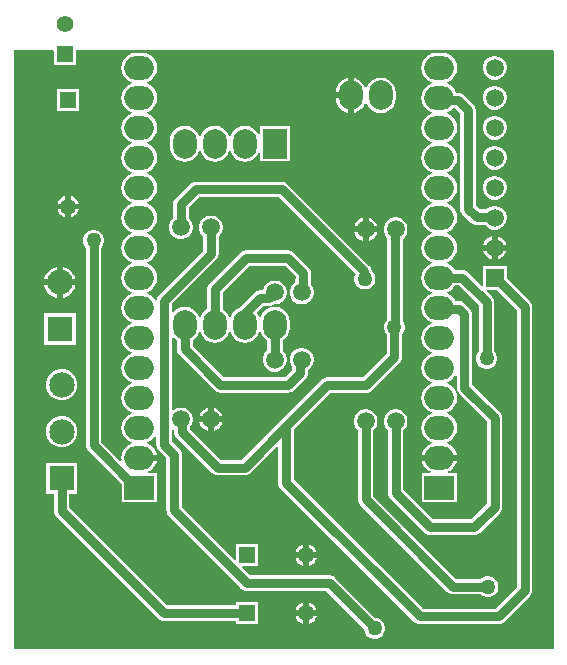
<source format=gbr>
G04*
G04 #@! TF.GenerationSoftware,Altium Limited,Altium Designer,25.4.2 (15)*
G04*
G04 Layer_Physical_Order=2*
G04 Layer_Color=16711680*
%FSLAX44Y44*%
%MOMM*%
G71*
G04*
G04 #@! TF.SameCoordinates,6A45B100-41C4-4237-90B8-33650A0F4B54*
G04*
G04*
G04 #@! TF.FilePolarity,Positive*
G04*
G01*
G75*
%ADD32C,0.8000*%
%ADD33C,1.3500*%
%ADD34R,1.3500X1.3500*%
%ADD35O,2.0000X2.5000*%
%ADD36R,2.0000X2.5000*%
%ADD37C,1.5000*%
%ADD38R,1.5000X1.5000*%
%ADD39O,2.5000X2.0000*%
%ADD40R,2.5000X2.0000*%
%ADD41C,2.1500*%
%ADD42R,2.1500X2.1500*%
%ADD43C,1.4000*%
%ADD44R,1.4000X1.4000*%
%ADD45R,1.3500X1.3500*%
%ADD46C,1.2700*%
G36*
X457500Y506122D02*
X457500Y0D01*
X0D01*
Y506979D01*
X33312Y506982D01*
X34210Y506084D01*
Y494760D01*
X53290D01*
Y506984D01*
X456602Y507020D01*
X457500Y506122D01*
D02*
G37*
%LPC*%
G36*
X408822Y502340D02*
X406178D01*
X403625Y501656D01*
X401335Y500334D01*
X399466Y498465D01*
X398144Y496175D01*
X397460Y493622D01*
Y490978D01*
X398144Y488425D01*
X399466Y486135D01*
X401335Y484266D01*
X403625Y482944D01*
X406178Y482260D01*
X408822D01*
X411375Y482944D01*
X413665Y484266D01*
X415534Y486135D01*
X416856Y488425D01*
X417540Y490978D01*
Y493622D01*
X416856Y496175D01*
X415534Y498465D01*
X413665Y500334D01*
X411375Y501656D01*
X408822Y502340D01*
D02*
G37*
G36*
X310850Y483948D02*
X307576Y483517D01*
X304526Y482254D01*
X301906Y480244D01*
X299896Y477624D01*
X298837Y475067D01*
X297463D01*
X296404Y477624D01*
X294394Y480244D01*
X291774Y482254D01*
X288724Y483517D01*
X287950Y483619D01*
Y468800D01*
Y453981D01*
X288724Y454083D01*
X291774Y455346D01*
X294394Y457356D01*
X296404Y459976D01*
X297463Y462533D01*
X298837D01*
X299896Y459976D01*
X301906Y457356D01*
X304526Y455346D01*
X307576Y454083D01*
X310850Y453652D01*
X314124Y454083D01*
X317174Y455346D01*
X319794Y457356D01*
X321804Y459976D01*
X323067Y463026D01*
X323498Y466300D01*
Y471300D01*
X323067Y474574D01*
X321804Y477624D01*
X319794Y480244D01*
X317174Y482254D01*
X314124Y483517D01*
X310850Y483948D01*
D02*
G37*
G36*
X282950Y483619D02*
X282176Y483517D01*
X279126Y482254D01*
X276506Y480244D01*
X274496Y477624D01*
X273233Y474574D01*
X272802Y471300D01*
D01*
X282950D01*
Y483619D01*
D02*
G37*
G36*
X408822Y476940D02*
X406178D01*
X403625Y476256D01*
X401335Y474934D01*
X399466Y473065D01*
X398144Y470775D01*
X397460Y468222D01*
Y465578D01*
X398144Y463025D01*
X399466Y460735D01*
X401335Y458866D01*
X403625Y457544D01*
X406178Y456860D01*
X408822D01*
X411375Y457544D01*
X413665Y458866D01*
X415534Y460735D01*
X416856Y463025D01*
X417540Y465578D01*
Y468222D01*
X416856Y470775D01*
X415534Y473065D01*
X413665Y474934D01*
X411375Y476256D01*
X408822Y476940D01*
D02*
G37*
G36*
X55540Y474040D02*
X36960D01*
Y455460D01*
X55540D01*
Y474040D01*
D02*
G37*
G36*
X282950Y466300D02*
X272802D01*
X273233Y463026D01*
X274496Y459976D01*
X276506Y457356D01*
X279126Y455346D01*
X282176Y454083D01*
X282950Y453981D01*
Y466300D01*
D02*
G37*
G36*
X195850Y443148D02*
X192577Y442717D01*
X189526Y441454D01*
X186907Y439444D01*
X184897Y436824D01*
X183838Y434267D01*
X182463D01*
X181404Y436824D01*
X179394Y439444D01*
X176774Y441454D01*
X173724Y442717D01*
X170450Y443148D01*
X167177Y442717D01*
X164126Y441454D01*
X161507Y439444D01*
X159496Y436824D01*
X158438Y434267D01*
X157063D01*
X156004Y436824D01*
X153994Y439444D01*
X151374Y441454D01*
X148324Y442717D01*
X145050Y443148D01*
X141777Y442717D01*
X138726Y441454D01*
X136107Y439444D01*
X134096Y436824D01*
X132833Y433773D01*
X132402Y430500D01*
Y425500D01*
X132833Y422226D01*
X134096Y419176D01*
X136107Y416556D01*
X138726Y414546D01*
X141777Y413283D01*
X145050Y412852D01*
X148324Y413283D01*
X151374Y414546D01*
X153994Y416556D01*
X156004Y419176D01*
X157063Y421732D01*
X158438D01*
X159496Y419176D01*
X161507Y416556D01*
X164126Y414546D01*
X167177Y413283D01*
X170450Y412852D01*
X173724Y413283D01*
X176774Y414546D01*
X179394Y416556D01*
X181404Y419176D01*
X182463Y421732D01*
X183838D01*
X184897Y419176D01*
X186907Y416556D01*
X189526Y414546D01*
X192577Y413283D01*
X195850Y412852D01*
X199124Y413283D01*
X202174Y414546D01*
X204794Y416556D01*
X206804Y419176D01*
X207440Y420712D01*
X208710Y420459D01*
Y412960D01*
X233790D01*
Y443040D01*
X208710D01*
Y435540D01*
X207440Y435288D01*
X206804Y436824D01*
X204794Y439444D01*
X202174Y441454D01*
X199124Y442717D01*
X195850Y443148D01*
D02*
G37*
G36*
X408822Y451540D02*
X406178D01*
X403625Y450856D01*
X401335Y449534D01*
X399466Y447665D01*
X398144Y445375D01*
X397460Y442822D01*
Y440178D01*
X398144Y437625D01*
X399466Y435335D01*
X401335Y433466D01*
X403625Y432144D01*
X406178Y431460D01*
X408822D01*
X411375Y432144D01*
X413665Y433466D01*
X415534Y435335D01*
X416856Y437625D01*
X417540Y440178D01*
Y442822D01*
X416856Y445375D01*
X415534Y447665D01*
X413665Y449534D01*
X411375Y450856D01*
X408822Y451540D01*
D02*
G37*
G36*
Y426140D02*
X406178D01*
X403625Y425456D01*
X401335Y424134D01*
X399466Y422265D01*
X398144Y419975D01*
X397460Y417422D01*
Y414778D01*
X398144Y412225D01*
X399466Y409935D01*
X401335Y408066D01*
X403625Y406744D01*
X406178Y406060D01*
X408822D01*
X411375Y406744D01*
X413665Y408066D01*
X415534Y409935D01*
X416856Y412225D01*
X417540Y414778D01*
Y417422D01*
X416856Y419975D01*
X415534Y422265D01*
X413665Y424134D01*
X411375Y425456D01*
X408822Y426140D01*
D02*
G37*
G36*
Y400740D02*
X406178D01*
X403625Y400056D01*
X401335Y398734D01*
X399466Y396865D01*
X398144Y394575D01*
X397460Y392022D01*
Y389378D01*
X398144Y386825D01*
X399466Y384535D01*
X401335Y382666D01*
X403625Y381344D01*
X406178Y380660D01*
X408822D01*
X411375Y381344D01*
X413665Y382666D01*
X415534Y384535D01*
X416856Y386825D01*
X417540Y389378D01*
Y392022D01*
X416856Y394575D01*
X415534Y396865D01*
X413665Y398734D01*
X411375Y400056D01*
X408822Y400740D01*
D02*
G37*
G36*
X48750Y383698D02*
Y377250D01*
X55198D01*
X54907Y378336D01*
X53684Y380454D01*
X51954Y382184D01*
X49836Y383407D01*
X48750Y383698D01*
D02*
G37*
G36*
X43750D02*
X42664Y383407D01*
X40546Y382184D01*
X38816Y380454D01*
X37593Y378336D01*
X37302Y377250D01*
X43750D01*
Y383698D01*
D02*
G37*
G36*
X55198Y372250D02*
X48750D01*
Y365802D01*
X49836Y366093D01*
X51954Y367316D01*
X53684Y369046D01*
X54907Y371164D01*
X55198Y372250D01*
D02*
G37*
G36*
X43750D02*
X37302D01*
X37593Y371164D01*
X38816Y369046D01*
X40546Y367316D01*
X42664Y366093D01*
X43750Y365802D01*
Y372250D01*
D02*
G37*
G36*
X300600Y365224D02*
Y358000D01*
X307824D01*
X307456Y359375D01*
X306134Y361665D01*
X304265Y363534D01*
X301975Y364856D01*
X300600Y365224D01*
D02*
G37*
G36*
X295600Y365224D02*
X294225Y364856D01*
X291935Y363534D01*
X290066Y361665D01*
X288744Y359375D01*
X288376Y358000D01*
X295600D01*
Y365224D01*
D02*
G37*
G36*
X307824Y353000D02*
X300600D01*
Y345776D01*
X301975Y346144D01*
X304265Y347466D01*
X306134Y349335D01*
X307456Y351625D01*
X307824Y353000D01*
D02*
G37*
G36*
X295600D02*
X288376D01*
X288744Y351625D01*
X290066Y349335D01*
X291935Y347466D01*
X294225Y346144D01*
X295600Y345776D01*
Y353000D01*
D02*
G37*
G36*
X410000Y349624D02*
Y342400D01*
X417224D01*
X416856Y343775D01*
X415534Y346065D01*
X413665Y347934D01*
X411375Y349256D01*
X410000Y349624D01*
D02*
G37*
G36*
X405000D02*
X403625Y349256D01*
X401335Y347934D01*
X399466Y346065D01*
X398144Y343775D01*
X397776Y342400D01*
X405000D01*
Y349624D01*
D02*
G37*
G36*
X417224Y337400D02*
X410000D01*
Y330176D01*
X411375Y330544D01*
X413665Y331866D01*
X415534Y333735D01*
X416856Y336025D01*
X417224Y337400D01*
D02*
G37*
G36*
X405000D02*
X397776D01*
X398144Y336025D01*
X399466Y333735D01*
X401335Y331866D01*
X403625Y330544D01*
X405000Y330176D01*
Y337400D01*
D02*
G37*
G36*
X41750Y323589D02*
Y313000D01*
X52339D01*
X51634Y315630D01*
X49885Y318660D01*
X47410Y321135D01*
X44380Y322884D01*
X41750Y323589D01*
D02*
G37*
G36*
X36750D02*
X34120Y322884D01*
X31090Y321135D01*
X28615Y318660D01*
X26866Y315630D01*
X26161Y313000D01*
X36750D01*
Y323589D01*
D02*
G37*
G36*
X227108Y395932D02*
X154500D01*
X152793Y395708D01*
X151202Y395049D01*
X149836Y394000D01*
X137086Y381251D01*
X136038Y379884D01*
X135379Y378293D01*
X135154Y376586D01*
Y364663D01*
X133716Y363225D01*
X132394Y360935D01*
X131710Y358382D01*
Y355738D01*
X132394Y353185D01*
X133716Y350895D01*
X135585Y349026D01*
X137875Y347704D01*
X140428Y347020D01*
X143072D01*
X145625Y347704D01*
X147915Y349026D01*
X149784Y350895D01*
X151106Y353185D01*
X151790Y355738D01*
Y358382D01*
X151106Y360935D01*
X149784Y363225D01*
X148347Y364662D01*
Y373854D01*
X157232Y382740D01*
X224376D01*
X289570Y317545D01*
X289216Y316931D01*
X288610Y314670D01*
Y312330D01*
X289216Y310069D01*
X290386Y308041D01*
X292041Y306386D01*
X294069Y305216D01*
X296330Y304610D01*
X298670D01*
X300931Y305216D01*
X302959Y306386D01*
X304614Y308041D01*
X305784Y310069D01*
X306390Y312330D01*
Y314670D01*
X305784Y316931D01*
X304614Y318959D01*
X303116Y320456D01*
X302972Y321550D01*
X302313Y323141D01*
X301265Y324508D01*
X231772Y394000D01*
X230406Y395049D01*
X228815Y395708D01*
X227108Y395932D01*
D02*
G37*
G36*
X52339Y308000D02*
X41750D01*
Y297411D01*
X44380Y298116D01*
X47410Y299865D01*
X49885Y302340D01*
X51634Y305370D01*
X52339Y308000D01*
D02*
G37*
G36*
X36750D02*
X26161D01*
X26866Y305370D01*
X28615Y302340D01*
X31090Y299865D01*
X34120Y298116D01*
X36750Y297411D01*
Y308000D01*
D02*
G37*
G36*
X52540Y284190D02*
X25960D01*
Y257610D01*
X52540D01*
Y284190D01*
D02*
G37*
G36*
X42500Y237140D02*
X39000D01*
X35620Y236234D01*
X32590Y234485D01*
X30115Y232010D01*
X28366Y228980D01*
X27460Y225600D01*
Y222100D01*
X28366Y218720D01*
X30115Y215690D01*
X32590Y213215D01*
X35620Y211466D01*
X39000Y210560D01*
X42500D01*
X45880Y211466D01*
X48910Y213215D01*
X51385Y215690D01*
X53134Y218720D01*
X54040Y222100D01*
Y225600D01*
X53134Y228980D01*
X51385Y232010D01*
X48910Y234485D01*
X45880Y236234D01*
X42500Y237140D01*
D02*
G37*
G36*
X169650Y204224D02*
Y197000D01*
X176874D01*
X176506Y198375D01*
X175184Y200665D01*
X173315Y202534D01*
X171025Y203856D01*
X169650Y204224D01*
D02*
G37*
G36*
X164650Y204224D02*
X163275Y203856D01*
X160985Y202534D01*
X159116Y200665D01*
X157794Y198375D01*
X157426Y197000D01*
X164650D01*
Y204224D01*
D02*
G37*
G36*
X176874Y192000D02*
X169650D01*
Y184776D01*
X171025Y185144D01*
X173315Y186466D01*
X175184Y188335D01*
X176506Y190625D01*
X176874Y192000D01*
D02*
G37*
G36*
X164650D02*
X157426D01*
X157794Y190625D01*
X159116Y188335D01*
X160985Y186466D01*
X163275Y185144D01*
X164650Y184776D01*
Y192000D01*
D02*
G37*
G36*
X42500Y197540D02*
X39000D01*
X35620Y196634D01*
X32590Y194884D01*
X30115Y192410D01*
X28366Y189380D01*
X27460Y186000D01*
Y182500D01*
X28366Y179120D01*
X30115Y176089D01*
X32590Y173615D01*
X35620Y171866D01*
X39000Y170960D01*
X42500D01*
X45880Y171866D01*
X48910Y173615D01*
X51385Y176089D01*
X53134Y179120D01*
X54040Y182500D01*
Y186000D01*
X53134Y189380D01*
X51385Y192410D01*
X48910Y194884D01*
X45880Y196634D01*
X42500Y197540D01*
D02*
G37*
G36*
X375319Y159600D02*
X345681D01*
X345783Y158826D01*
X347046Y155776D01*
X349057Y153156D01*
X351676Y151146D01*
X353212Y150510D01*
X352960Y149240D01*
X345460D01*
Y124160D01*
X375540D01*
Y149240D01*
X368041D01*
X367788Y150510D01*
X369324Y151146D01*
X371944Y153156D01*
X373954Y155776D01*
X375217Y158826D01*
X375319Y159600D01*
D02*
G37*
G36*
X250250Y88698D02*
Y82250D01*
X256698D01*
X256407Y83336D01*
X255184Y85454D01*
X253454Y87184D01*
X251336Y88407D01*
X250250Y88698D01*
D02*
G37*
G36*
X245250D02*
X244164Y88407D01*
X242046Y87184D01*
X240316Y85454D01*
X239093Y83336D01*
X238802Y82250D01*
X245250D01*
Y88698D01*
D02*
G37*
G36*
X256698Y77250D02*
X250250D01*
Y70802D01*
X251336Y71093D01*
X253454Y72316D01*
X255184Y74046D01*
X256407Y76164D01*
X256698Y77250D01*
D02*
G37*
G36*
X245250D02*
X238802D01*
X239093Y76164D01*
X240316Y74046D01*
X242046Y72316D01*
X244164Y71093D01*
X245250Y70802D01*
Y77250D01*
D02*
G37*
G36*
X299422Y202980D02*
X296778D01*
X294225Y202296D01*
X291935Y200974D01*
X290066Y199105D01*
X288744Y196815D01*
X288060Y194262D01*
Y191618D01*
X288744Y189065D01*
X290066Y186775D01*
X291504Y185338D01*
Y127000D01*
X291728Y125293D01*
X292387Y123702D01*
X293435Y122336D01*
X367436Y48336D01*
X368802Y47287D01*
X370393Y46628D01*
X372100Y46404D01*
X395524D01*
X396041Y45886D01*
X398069Y44716D01*
X400330Y44110D01*
X402670D01*
X404931Y44716D01*
X406959Y45886D01*
X408614Y47541D01*
X409784Y49569D01*
X410390Y51830D01*
Y54170D01*
X409784Y56431D01*
X408614Y58459D01*
X406959Y60114D01*
X404931Y61284D01*
X402670Y61890D01*
X400330D01*
X398069Y61284D01*
X396041Y60114D01*
X395524Y59596D01*
X374832D01*
X304696Y129733D01*
Y185338D01*
X306134Y186775D01*
X307456Y189065D01*
X308140Y191618D01*
Y194262D01*
X307456Y196815D01*
X306134Y199105D01*
X304265Y200974D01*
X301975Y202296D01*
X299422Y202980D01*
D02*
G37*
G36*
X363000Y504948D02*
X358000D01*
X354726Y504517D01*
X351676Y503254D01*
X349057Y501244D01*
X347046Y498624D01*
X345783Y495574D01*
X345352Y492300D01*
X345783Y489026D01*
X347046Y485976D01*
X349057Y483356D01*
X351676Y481346D01*
X354233Y480287D01*
Y478913D01*
X351676Y477854D01*
X349057Y475844D01*
X347046Y473224D01*
X345783Y470174D01*
X345352Y466900D01*
X345783Y463626D01*
X347046Y460576D01*
X349057Y457956D01*
X351676Y455946D01*
X354233Y454887D01*
Y453513D01*
X351676Y452454D01*
X349057Y450444D01*
X347046Y447824D01*
X345783Y444774D01*
X345352Y441500D01*
X345783Y438226D01*
X347046Y435176D01*
X349057Y432556D01*
X351676Y430546D01*
X354233Y429487D01*
Y428113D01*
X351676Y427054D01*
X349057Y425044D01*
X347046Y422424D01*
X345783Y419374D01*
X345352Y416100D01*
X345783Y412826D01*
X347046Y409776D01*
X349057Y407156D01*
X351676Y405146D01*
X354233Y404087D01*
Y402713D01*
X351676Y401654D01*
X349057Y399644D01*
X347046Y397024D01*
X345783Y393974D01*
X345352Y390700D01*
X345783Y387426D01*
X347046Y384376D01*
X349057Y381756D01*
X351676Y379746D01*
X354233Y378687D01*
Y377313D01*
X351676Y376254D01*
X349057Y374244D01*
X347046Y371624D01*
X345783Y368574D01*
X345352Y365300D01*
X345783Y362026D01*
X347046Y358976D01*
X349057Y356356D01*
X351676Y354346D01*
X354233Y353287D01*
Y351913D01*
X351676Y350854D01*
X349057Y348844D01*
X347046Y346224D01*
X345783Y343174D01*
X345352Y339900D01*
X345783Y336626D01*
X347046Y333576D01*
X349057Y330956D01*
X351676Y328946D01*
X354233Y327887D01*
Y326513D01*
X351676Y325454D01*
X349057Y323444D01*
X347046Y320824D01*
X345783Y317774D01*
X345352Y314500D01*
X345783Y311226D01*
X347046Y308176D01*
X349057Y305556D01*
X351676Y303546D01*
X354233Y302487D01*
Y301113D01*
X351676Y300054D01*
X349057Y298044D01*
X347046Y295424D01*
X345783Y292374D01*
X345352Y289100D01*
X345783Y285826D01*
X347046Y282776D01*
X349057Y280156D01*
X351676Y278146D01*
X354233Y277087D01*
Y275713D01*
X351676Y274654D01*
X349057Y272644D01*
X347046Y270024D01*
X345783Y266974D01*
X345352Y263700D01*
X345783Y260426D01*
X347046Y257376D01*
X349057Y254756D01*
X351676Y252746D01*
X354233Y251687D01*
Y250313D01*
X351676Y249254D01*
X349057Y247244D01*
X347046Y244624D01*
X345783Y241574D01*
X345352Y238300D01*
X345783Y235026D01*
X347046Y231976D01*
X349057Y229356D01*
X351676Y227346D01*
X354233Y226287D01*
Y224913D01*
X351676Y223854D01*
X349057Y221844D01*
X347046Y219224D01*
X345783Y216174D01*
X345352Y212900D01*
X345783Y209626D01*
X347046Y206576D01*
X349057Y203956D01*
X351676Y201946D01*
X354233Y200887D01*
Y199513D01*
X351676Y198454D01*
X349057Y196444D01*
X347046Y193824D01*
X345783Y190774D01*
X345352Y187500D01*
X345783Y184226D01*
X347046Y181176D01*
X349057Y178556D01*
X351676Y176546D01*
X354233Y175487D01*
Y174113D01*
X351676Y173054D01*
X349057Y171044D01*
X347046Y168424D01*
X345783Y165374D01*
X345681Y164600D01*
X375319D01*
X375217Y165374D01*
X373954Y168424D01*
X371944Y171044D01*
X369324Y173054D01*
X366768Y174113D01*
Y175487D01*
X369324Y176546D01*
X371944Y178556D01*
X373954Y181176D01*
X375217Y184226D01*
X375648Y187500D01*
X375217Y190774D01*
X373954Y193824D01*
X371944Y196444D01*
X369324Y198454D01*
X366768Y199513D01*
Y200887D01*
X369324Y201946D01*
X371944Y203956D01*
X373954Y206576D01*
X375217Y209626D01*
X375648Y212900D01*
X375217Y216174D01*
X373954Y219224D01*
X371944Y221844D01*
X369324Y223854D01*
X366768Y224913D01*
Y226287D01*
X369324Y227346D01*
X371944Y229356D01*
X373884Y231884D01*
X373945Y231886D01*
X375154Y230973D01*
Y221522D01*
X375378Y219815D01*
X376037Y218224D01*
X377086Y216858D01*
X400754Y193190D01*
Y123082D01*
X387518Y109846D01*
X355482D01*
X330096Y135232D01*
Y185338D01*
X331534Y186775D01*
X332856Y189065D01*
X333540Y191618D01*
Y194262D01*
X332856Y196815D01*
X331534Y199105D01*
X329665Y200974D01*
X327375Y202296D01*
X324822Y202980D01*
X322178D01*
X319625Y202296D01*
X317335Y200974D01*
X315466Y199105D01*
X314144Y196815D01*
X313460Y194262D01*
Y191618D01*
X314144Y189065D01*
X315466Y186775D01*
X316903Y185338D01*
Y132500D01*
X317128Y130793D01*
X317787Y129202D01*
X318836Y127836D01*
X348086Y98586D01*
X349452Y97537D01*
X351043Y96878D01*
X352750Y96654D01*
X390250D01*
X391957Y96878D01*
X393548Y97537D01*
X394914Y98586D01*
X412014Y115686D01*
X413063Y117052D01*
X413722Y118643D01*
X413946Y120350D01*
Y195922D01*
X413722Y197629D01*
X413063Y199220D01*
X412014Y200586D01*
X388346Y224254D01*
Y283365D01*
X388122Y285072D01*
X387463Y286663D01*
X386414Y288029D01*
X381728Y292715D01*
X380362Y293764D01*
X378771Y294423D01*
X377064Y294647D01*
X374276D01*
X373954Y295424D01*
X371944Y298044D01*
X369324Y300054D01*
X366768Y301113D01*
Y302487D01*
X369324Y303546D01*
X371944Y305556D01*
X373745Y307903D01*
X377226D01*
X394030Y291100D01*
Y252056D01*
X393512Y251539D01*
X392342Y249511D01*
X391736Y247250D01*
Y244910D01*
X392342Y242649D01*
X393512Y240621D01*
X395167Y238966D01*
X397195Y237796D01*
X399456Y237190D01*
X401796D01*
X404057Y237796D01*
X406085Y238966D01*
X407740Y240621D01*
X408910Y242649D01*
X409516Y244910D01*
Y247250D01*
X408910Y249511D01*
X407740Y251539D01*
X407222Y252056D01*
Y293832D01*
X406998Y295539D01*
X406339Y297130D01*
X405290Y298496D01*
X400500Y303287D01*
X400986Y304460D01*
X408561D01*
X426154Y286868D01*
Y52482D01*
X408018Y34346D01*
X346482D01*
X237150Y143679D01*
Y185821D01*
X268143Y216814D01*
X298411D01*
X300118Y217039D01*
X301709Y217698D01*
X303075Y218746D01*
X327164Y242836D01*
X328213Y244202D01*
X328872Y245793D01*
X329096Y247500D01*
Y266524D01*
X329614Y267041D01*
X330784Y269069D01*
X331390Y271330D01*
Y273670D01*
X330784Y275931D01*
X329614Y277959D01*
X329596Y277976D01*
Y347427D01*
X329665Y347466D01*
X331534Y349335D01*
X332856Y351625D01*
X333540Y354178D01*
Y356822D01*
X332856Y359375D01*
X331534Y361665D01*
X329665Y363534D01*
X327375Y364856D01*
X324822Y365540D01*
X322178D01*
X319625Y364856D01*
X317335Y363534D01*
X315466Y361665D01*
X314144Y359375D01*
X313460Y356822D01*
Y354178D01*
X314144Y351625D01*
X315466Y349335D01*
X316404Y348398D01*
Y278976D01*
X315386Y277959D01*
X314216Y275931D01*
X313610Y273670D01*
Y271330D01*
X314216Y269069D01*
X315386Y267041D01*
X315904Y266524D01*
Y250232D01*
X295678Y230007D01*
X265411D01*
X263703Y229782D01*
X262113Y229123D01*
X260746Y228075D01*
X225889Y193217D01*
X192963Y160292D01*
X175497D01*
X149240Y186549D01*
Y187792D01*
X149784Y188335D01*
X151106Y190625D01*
X151790Y193178D01*
Y195822D01*
X151106Y198375D01*
X149784Y200665D01*
X147915Y202534D01*
X145625Y203856D01*
X143072Y204540D01*
X140428D01*
X137875Y203856D01*
X135585Y202534D01*
X135346Y202295D01*
X134172Y202780D01*
Y263702D01*
X135375Y264110D01*
X136107Y263157D01*
X138454Y261355D01*
Y253700D01*
X138679Y251993D01*
X139338Y250402D01*
X140386Y249036D01*
X170336Y219086D01*
X171702Y218037D01*
X173293Y217378D01*
X175000Y217154D01*
X232750D01*
X234457Y217378D01*
X236048Y218037D01*
X237414Y219086D01*
X247325Y228996D01*
X248373Y230362D01*
X249032Y231953D01*
X249257Y233661D01*
Y236442D01*
X250165Y236966D01*
X252034Y238835D01*
X253356Y241125D01*
X254040Y243678D01*
Y246322D01*
X253356Y248875D01*
X252034Y251165D01*
X250165Y253034D01*
X247875Y254356D01*
X245322Y255040D01*
X242678D01*
X240125Y254356D01*
X237835Y253034D01*
X235966Y251165D01*
X234644Y248875D01*
X233960Y246322D01*
Y243678D01*
X234644Y241125D01*
X235966Y238835D01*
X236064Y238737D01*
Y236393D01*
X230018Y230346D01*
X177733D01*
X151647Y256432D01*
Y261355D01*
X153994Y263157D01*
X156004Y265776D01*
X157063Y268333D01*
X158438D01*
X159496Y265776D01*
X161507Y263157D01*
X164126Y261147D01*
X167177Y259883D01*
X170450Y259452D01*
X173724Y259883D01*
X176774Y261147D01*
X179394Y263157D01*
X181404Y265776D01*
X182463Y268333D01*
X183838D01*
X184897Y265776D01*
X186907Y263157D01*
X189526Y261147D01*
X192577Y259883D01*
X195850Y259452D01*
X199124Y259883D01*
X202174Y261147D01*
X204794Y263157D01*
X206804Y265776D01*
X207863Y268333D01*
X209237D01*
X210296Y265776D01*
X212306Y263157D01*
X214654Y261355D01*
Y252602D01*
X213216Y251165D01*
X211894Y248875D01*
X211210Y246322D01*
Y243678D01*
X211894Y241125D01*
X213216Y238835D01*
X215085Y236966D01*
X217375Y235644D01*
X219928Y234960D01*
X222572D01*
X225125Y235644D01*
X227415Y236966D01*
X229284Y238835D01*
X230606Y241125D01*
X231290Y243678D01*
Y246322D01*
X230606Y248875D01*
X229284Y251165D01*
X227847Y252602D01*
Y261355D01*
X230194Y263157D01*
X232204Y265776D01*
X233467Y268827D01*
X233898Y272100D01*
Y277100D01*
X233467Y280374D01*
X232204Y283424D01*
X230194Y286044D01*
X227574Y288054D01*
X224524Y289317D01*
X221250Y289748D01*
X217977Y289317D01*
X214926Y288054D01*
X212306Y286044D01*
X210296Y283424D01*
X209237Y280868D01*
X207863D01*
X206804Y283424D01*
X205660Y284915D01*
X211352Y290607D01*
X216454D01*
X218161Y290832D01*
X219752Y291491D01*
X220363Y291960D01*
X222572D01*
X225125Y292644D01*
X227415Y293966D01*
X229284Y295835D01*
X230606Y298125D01*
X231290Y300678D01*
Y303322D01*
X230606Y305875D01*
X229284Y308165D01*
X227415Y310034D01*
X225125Y311356D01*
X222572Y312040D01*
X219928D01*
X217375Y311356D01*
X215085Y310034D01*
X213216Y308165D01*
X211894Y305875D01*
X211338Y303800D01*
X208620D01*
X206913Y303576D01*
X205322Y302917D01*
X203956Y301868D01*
X191186Y289098D01*
X190784Y288575D01*
X189526Y288054D01*
X186907Y286044D01*
X184897Y283424D01*
X183838Y280868D01*
X182463D01*
X181404Y283424D01*
X179394Y286044D01*
X177047Y287845D01*
Y301768D01*
X199683Y324404D01*
X230018D01*
X238904Y315518D01*
Y314409D01*
X238743Y313189D01*
Y310558D01*
X237835Y310034D01*
X235966Y308165D01*
X234644Y305875D01*
X233960Y303322D01*
Y300678D01*
X234644Y298125D01*
X235966Y295835D01*
X237835Y293966D01*
X240125Y292644D01*
X242678Y291960D01*
X245322D01*
X247875Y292644D01*
X250165Y293966D01*
X252034Y295835D01*
X253356Y298125D01*
X254040Y300678D01*
Y303322D01*
X253356Y305875D01*
X252034Y308165D01*
X251936Y308263D01*
Y312130D01*
X252096Y313350D01*
Y318250D01*
X251872Y319957D01*
X251213Y321548D01*
X250164Y322915D01*
X237414Y335664D01*
X236048Y336713D01*
X234457Y337372D01*
X232750Y337596D01*
X196950D01*
X195243Y337372D01*
X193652Y336713D01*
X192286Y335664D01*
X165786Y309164D01*
X164737Y307798D01*
X164079Y306207D01*
X163854Y304500D01*
Y287845D01*
X161507Y286044D01*
X159496Y283424D01*
X158438Y280868D01*
X157063D01*
X156004Y283424D01*
X153994Y286044D01*
X151374Y288054D01*
X148324Y289317D01*
X145050Y289748D01*
X141777Y289317D01*
X138726Y288054D01*
X136107Y286044D01*
X135375Y285091D01*
X134172Y285499D01*
Y292370D01*
X171815Y330012D01*
X172863Y331378D01*
X173522Y332969D01*
X173747Y334676D01*
Y349458D01*
X175184Y350895D01*
X176506Y353185D01*
X177190Y355738D01*
Y358382D01*
X176506Y360935D01*
X175184Y363225D01*
X173315Y365094D01*
X171025Y366416D01*
X168472Y367100D01*
X165828D01*
X163275Y366416D01*
X160985Y365094D01*
X159116Y363225D01*
X157794Y360935D01*
X157110Y358382D01*
Y355738D01*
X157794Y353185D01*
X159116Y350895D01*
X160554Y349458D01*
Y337408D01*
X122912Y299766D01*
X121863Y298400D01*
X121204Y296809D01*
X121091Y295946D01*
X120663Y295750D01*
X119772Y295661D01*
X117944Y298044D01*
X115324Y300054D01*
X112767Y301113D01*
Y302487D01*
X115324Y303546D01*
X117944Y305556D01*
X119954Y308176D01*
X121217Y311226D01*
X121648Y314500D01*
X121217Y317774D01*
X119954Y320824D01*
X117944Y323444D01*
X115324Y325454D01*
X112767Y326513D01*
Y327887D01*
X115324Y328946D01*
X117944Y330956D01*
X119954Y333576D01*
X121217Y336626D01*
X121648Y339900D01*
X121217Y343174D01*
X119954Y346224D01*
X117944Y348844D01*
X115324Y350854D01*
X112767Y351913D01*
Y353287D01*
X115324Y354346D01*
X117944Y356356D01*
X119954Y358976D01*
X121217Y362026D01*
X121648Y365300D01*
X121217Y368574D01*
X119954Y371624D01*
X117944Y374244D01*
X115324Y376254D01*
X112767Y377313D01*
Y378687D01*
X115324Y379746D01*
X117944Y381756D01*
X119954Y384376D01*
X121217Y387426D01*
X121648Y390700D01*
X121217Y393974D01*
X119954Y397024D01*
X117944Y399644D01*
X115324Y401654D01*
X112767Y402713D01*
Y404087D01*
X115324Y405146D01*
X117944Y407156D01*
X119954Y409776D01*
X121217Y412826D01*
X121648Y416100D01*
X121217Y419374D01*
X119954Y422424D01*
X117944Y425044D01*
X115324Y427054D01*
X112767Y428113D01*
Y429487D01*
X115324Y430546D01*
X117944Y432556D01*
X119954Y435176D01*
X121217Y438226D01*
X121648Y441500D01*
X121217Y444774D01*
X119954Y447824D01*
X117944Y450444D01*
X115324Y452454D01*
X112767Y453513D01*
Y454887D01*
X115324Y455946D01*
X117944Y457956D01*
X119954Y460576D01*
X121217Y463626D01*
X121648Y466900D01*
X121217Y470174D01*
X119954Y473224D01*
X117944Y475844D01*
X115324Y477854D01*
X112767Y478913D01*
Y480287D01*
X115324Y481346D01*
X117944Y483356D01*
X119954Y485976D01*
X121217Y489026D01*
X121648Y492300D01*
X121217Y495574D01*
X119954Y498624D01*
X117944Y501244D01*
X115324Y503254D01*
X112274Y504517D01*
X109000Y504948D01*
X104000D01*
X100726Y504517D01*
X97676Y503254D01*
X95056Y501244D01*
X93046Y498624D01*
X91783Y495574D01*
X91352Y492300D01*
X91783Y489026D01*
X93046Y485976D01*
X95056Y483356D01*
X97676Y481346D01*
X100233Y480287D01*
Y478913D01*
X97676Y477854D01*
X95056Y475844D01*
X93046Y473224D01*
X91783Y470174D01*
X91352Y466900D01*
X91783Y463626D01*
X93046Y460576D01*
X95056Y457956D01*
X97676Y455946D01*
X100233Y454887D01*
Y453513D01*
X97676Y452454D01*
X95056Y450444D01*
X93046Y447824D01*
X91783Y444774D01*
X91352Y441500D01*
X91783Y438226D01*
X93046Y435176D01*
X95056Y432556D01*
X97676Y430546D01*
X100233Y429487D01*
Y428113D01*
X97676Y427054D01*
X95056Y425044D01*
X93046Y422424D01*
X91783Y419374D01*
X91352Y416100D01*
X91783Y412826D01*
X93046Y409776D01*
X95056Y407156D01*
X97676Y405146D01*
X100233Y404087D01*
Y402713D01*
X97676Y401654D01*
X95056Y399644D01*
X93046Y397024D01*
X91783Y393974D01*
X91352Y390700D01*
X91783Y387426D01*
X93046Y384376D01*
X95056Y381756D01*
X97676Y379746D01*
X100233Y378687D01*
Y377313D01*
X97676Y376254D01*
X95056Y374244D01*
X93046Y371624D01*
X91783Y368574D01*
X91352Y365300D01*
X91783Y362026D01*
X93046Y358976D01*
X95056Y356356D01*
X97676Y354346D01*
X100233Y353287D01*
Y351913D01*
X97676Y350854D01*
X95056Y348844D01*
X93046Y346224D01*
X91783Y343174D01*
X91352Y339900D01*
X91783Y336626D01*
X93046Y333576D01*
X95056Y330956D01*
X97676Y328946D01*
X100233Y327887D01*
Y326513D01*
X97676Y325454D01*
X95056Y323444D01*
X93046Y320824D01*
X91783Y317774D01*
X91352Y314500D01*
X91783Y311226D01*
X93046Y308176D01*
X95056Y305556D01*
X97676Y303546D01*
X100233Y302487D01*
Y301113D01*
X97676Y300054D01*
X95056Y298044D01*
X93046Y295424D01*
X91783Y292374D01*
X91352Y289100D01*
X91783Y285826D01*
X93046Y282776D01*
X95056Y280156D01*
X97676Y278146D01*
X100233Y277087D01*
Y275713D01*
X97676Y274654D01*
X95056Y272644D01*
X93046Y270024D01*
X91783Y266974D01*
X91352Y263700D01*
X91783Y260426D01*
X93046Y257376D01*
X95056Y254756D01*
X97676Y252746D01*
X100233Y251687D01*
Y250313D01*
X97676Y249254D01*
X95056Y247244D01*
X93046Y244624D01*
X91783Y241574D01*
X91352Y238300D01*
X91783Y235026D01*
X93046Y231976D01*
X95056Y229356D01*
X97676Y227346D01*
X100233Y226287D01*
Y224913D01*
X97676Y223854D01*
X95056Y221844D01*
X93046Y219224D01*
X91783Y216174D01*
X91352Y212900D01*
X91783Y209626D01*
X93046Y206576D01*
X95056Y203956D01*
X97676Y201946D01*
X100233Y200887D01*
Y199513D01*
X97676Y198454D01*
X95056Y196444D01*
X93046Y193824D01*
X91783Y190774D01*
X91352Y187500D01*
X91783Y184226D01*
X93046Y181176D01*
X95056Y178556D01*
X97676Y176546D01*
X100233Y175487D01*
Y174113D01*
X97676Y173054D01*
X95056Y171044D01*
X93046Y168424D01*
X91783Y165374D01*
X91352Y162100D01*
X91599Y160226D01*
X90396Y159633D01*
X74346Y175682D01*
Y340024D01*
X74864Y340541D01*
X76034Y342569D01*
X76640Y344830D01*
Y347170D01*
X76034Y349431D01*
X74864Y351459D01*
X73209Y353114D01*
X71181Y354284D01*
X68920Y354890D01*
X66580D01*
X64319Y354284D01*
X62291Y353114D01*
X60636Y351459D01*
X59466Y349431D01*
X58860Y347170D01*
Y344830D01*
X59466Y342569D01*
X60636Y340541D01*
X61154Y340024D01*
Y172950D01*
X61378Y171243D01*
X62037Y169652D01*
X63086Y168286D01*
X91460Y139911D01*
Y124160D01*
X121540D01*
Y149240D01*
X114041D01*
X113788Y150510D01*
X115324Y151146D01*
X117944Y153156D01*
X119954Y155776D01*
X121217Y158826D01*
X121319Y159600D01*
X106500D01*
Y164600D01*
X121319D01*
X121217Y165374D01*
X119954Y168424D01*
X117944Y171044D01*
X115324Y173054D01*
X112767Y174113D01*
Y175487D01*
X115324Y176546D01*
X117944Y178556D01*
X119710Y180858D01*
X120980Y180471D01*
Y172945D01*
X121204Y171238D01*
X121863Y169646D01*
X122912Y168280D01*
X129484Y161708D01*
Y117434D01*
X129709Y115726D01*
X130368Y114135D01*
X131416Y112769D01*
X193016Y51170D01*
X194382Y50121D01*
X195973Y49462D01*
X197680Y49238D01*
X264934D01*
X296860Y17312D01*
Y16580D01*
X297466Y14319D01*
X298636Y12292D01*
X300291Y10637D01*
X302318Y9466D01*
X304580Y8860D01*
X306920D01*
X309181Y9466D01*
X311208Y10637D01*
X312864Y12292D01*
X314034Y14319D01*
X314640Y16580D01*
Y18921D01*
X314034Y21182D01*
X312864Y23209D01*
X311208Y24864D01*
X309181Y26034D01*
X306920Y26640D01*
X306189D01*
X272330Y60498D01*
X270964Y61547D01*
X269373Y62206D01*
X267666Y62430D01*
X200412D01*
X193556Y69287D01*
X194042Y70460D01*
X207040D01*
Y89040D01*
X188460D01*
Y76042D01*
X187287Y75556D01*
X142677Y120166D01*
Y164440D01*
X142452Y166148D01*
X141793Y167739D01*
X140745Y169105D01*
X134172Y175677D01*
Y185513D01*
X135442Y186163D01*
X136047Y185748D01*
Y183817D01*
X136272Y182109D01*
X136931Y180518D01*
X137979Y179152D01*
X168101Y149031D01*
X169467Y147983D01*
X171058Y147324D01*
X172765Y147099D01*
X195695D01*
X197403Y147324D01*
X198993Y147983D01*
X200360Y149031D01*
X222783Y171455D01*
X223957Y170968D01*
Y140947D01*
X224181Y139240D01*
X224840Y137649D01*
X225889Y136283D01*
X339086Y23086D01*
X340452Y22037D01*
X342043Y21378D01*
X343750Y21154D01*
X410750D01*
X412457Y21378D01*
X414048Y22037D01*
X415414Y23086D01*
X437414Y45086D01*
X438463Y46452D01*
X439122Y48043D01*
X439346Y49750D01*
Y289600D01*
X439122Y291307D01*
X438463Y292898D01*
X437414Y294264D01*
X417540Y314139D01*
Y324540D01*
X397460D01*
Y307986D01*
X396287Y307500D01*
X384622Y319164D01*
X383256Y320213D01*
X381665Y320872D01*
X379958Y321096D01*
X373745D01*
X371944Y323444D01*
X369324Y325454D01*
X366768Y326513D01*
Y327887D01*
X369324Y328946D01*
X371944Y330956D01*
X373954Y333576D01*
X375217Y336626D01*
X375648Y339900D01*
X375217Y343174D01*
X373954Y346224D01*
X371944Y348844D01*
X369324Y350854D01*
X366768Y351913D01*
Y353287D01*
X369324Y354346D01*
X371944Y356356D01*
X373954Y358976D01*
X375217Y362026D01*
X375648Y365300D01*
X375217Y368574D01*
X373954Y371624D01*
X371944Y374244D01*
X369324Y376254D01*
X366768Y377313D01*
Y378687D01*
X369324Y379746D01*
X371944Y381756D01*
X373954Y384376D01*
X375217Y387426D01*
X375648Y390700D01*
X375217Y393974D01*
X373954Y397024D01*
X371944Y399644D01*
X369324Y401654D01*
X366768Y402713D01*
Y404087D01*
X369324Y405146D01*
X371944Y407156D01*
X373954Y409776D01*
X375217Y412826D01*
X375648Y416100D01*
X375217Y419374D01*
X373954Y422424D01*
X371944Y425044D01*
X369324Y427054D01*
X366768Y428113D01*
Y429487D01*
X369324Y430546D01*
X371944Y432556D01*
X373954Y435176D01*
X375217Y438226D01*
X375648Y441500D01*
X375217Y444774D01*
X373954Y447824D01*
X371944Y450444D01*
X369324Y452454D01*
X366768Y453513D01*
Y454887D01*
X369324Y455946D01*
X371944Y457956D01*
X371983Y458008D01*
X373664D01*
X378154Y453518D01*
Y373000D01*
X378378Y371293D01*
X379037Y369702D01*
X380086Y368336D01*
X387436Y360986D01*
X388802Y359937D01*
X390393Y359278D01*
X392100Y359054D01*
X399548D01*
X401335Y357266D01*
X403625Y355944D01*
X406178Y355260D01*
X408822D01*
X411375Y355944D01*
X413665Y357266D01*
X415534Y359135D01*
X416856Y361425D01*
X417540Y363978D01*
Y366622D01*
X416856Y369175D01*
X415534Y371465D01*
X413665Y373334D01*
X411375Y374656D01*
X408822Y375340D01*
X406178D01*
X403625Y374656D01*
X401335Y373334D01*
X400248Y372246D01*
X394832D01*
X391346Y375732D01*
Y456250D01*
X391122Y457957D01*
X390463Y459548D01*
X389414Y460914D01*
X381060Y469268D01*
X379694Y470317D01*
X378103Y470976D01*
X376396Y471200D01*
X374792D01*
X373954Y473224D01*
X371944Y475844D01*
X369324Y477854D01*
X366768Y478913D01*
Y480287D01*
X369324Y481346D01*
X371944Y483356D01*
X373954Y485976D01*
X375217Y489026D01*
X375648Y492300D01*
X375217Y495574D01*
X373954Y498624D01*
X371944Y501244D01*
X369324Y503254D01*
X366274Y504517D01*
X363000Y504948D01*
D02*
G37*
G36*
X250250Y39448D02*
Y33000D01*
X256698D01*
X256407Y34086D01*
X255184Y36204D01*
X253454Y37934D01*
X251336Y39157D01*
X250250Y39448D01*
D02*
G37*
G36*
X245250D02*
X244164Y39157D01*
X242046Y37934D01*
X240316Y36204D01*
X239093Y34086D01*
X238802Y33000D01*
X245250D01*
Y39448D01*
D02*
G37*
G36*
X256698Y28000D02*
X250250D01*
Y21552D01*
X251336Y21843D01*
X253454Y23066D01*
X255184Y24796D01*
X256407Y26914D01*
X256698Y28000D01*
D02*
G37*
G36*
X245250D02*
X238802D01*
X239093Y26914D01*
X240316Y24796D01*
X242046Y23066D01*
X244164Y21843D01*
X245250Y21552D01*
Y28000D01*
D02*
G37*
G36*
X54040Y157940D02*
X27460D01*
Y131360D01*
X34154D01*
Y117250D01*
X34378Y115542D01*
X35038Y113952D01*
X36086Y112585D01*
X122836Y25836D01*
X124202Y24787D01*
X125793Y24128D01*
X127500Y23904D01*
X188460D01*
Y21210D01*
X207040D01*
Y39790D01*
X188460D01*
Y37097D01*
X130232D01*
X47347Y119982D01*
Y131360D01*
X54040D01*
Y157940D01*
D02*
G37*
%LPD*%
D32*
X141750Y194500D02*
X142644Y193606D01*
Y183817D02*
Y193606D01*
X172765Y153695D02*
X195695D01*
X142644Y183817D02*
X172765Y153695D01*
X298100Y127000D02*
X372100Y53000D01*
X298100Y127000D02*
Y192940D01*
X323500Y132500D02*
Y192940D01*
Y132500D02*
X352750Y103250D01*
X296601Y314399D02*
Y319843D01*
X227108Y389336D02*
X296601Y319843D01*
Y314399D02*
X297500Y313500D01*
X67750Y172950D02*
Y346000D01*
Y172950D02*
X104000Y136700D01*
X106500D01*
X360500Y466900D02*
X362796Y464604D01*
X376396D01*
X384750Y456250D01*
Y373000D02*
Y456250D01*
Y373000D02*
X392100Y365650D01*
X407500D01*
X343750Y27750D02*
X410750D01*
X432750Y49750D01*
Y289600D01*
X230553Y140947D02*
X343750Y27750D01*
X230553Y140947D02*
Y188553D01*
X407500Y314850D02*
X432750Y289600D01*
X230553Y188553D02*
X265411Y223411D01*
X242661Y243661D02*
X244000Y245000D01*
X242661Y233661D02*
Y243661D01*
X232750Y223750D02*
X242661Y233661D01*
X245339Y313189D02*
X245500Y313350D01*
X245339Y303339D02*
Y313189D01*
X244000Y302000D02*
X245339Y303339D01*
X245500Y313350D02*
Y318250D01*
X232750Y331000D02*
X245500Y318250D01*
X195695Y153695D02*
X230553Y188553D01*
X265411Y223411D02*
X298411D01*
X127576Y172945D02*
Y295102D01*
X136080Y117434D02*
Y164440D01*
X127576Y172945D02*
X136080Y164440D01*
X127576Y295102D02*
X167150Y334676D01*
X175000Y223750D02*
X232750D01*
X145050Y253700D02*
X175000Y223750D01*
X167150Y334676D02*
Y357060D01*
X154500Y389336D02*
X227108D01*
X136080Y117434D02*
X197680Y55834D01*
X195850Y284434D02*
X208620Y297204D01*
X216454D01*
X221250Y302000D01*
X196950Y331000D02*
X232750D01*
X170450Y304500D02*
X196950Y331000D01*
X221250Y245000D02*
X221250Y245000D01*
Y274600D01*
X221250Y274600D01*
X322500Y247500D02*
Y272500D01*
X298411Y223411D02*
X322500Y247500D01*
X323000Y355000D02*
X323500Y355500D01*
X323000Y273000D02*
Y355000D01*
X322500Y272500D02*
X323000Y273000D01*
X360500Y289100D02*
X361549Y288051D01*
X377064D01*
X381750Y283365D01*
Y221522D02*
Y283365D01*
Y221522D02*
X407350Y195922D01*
X352750Y103250D02*
X390250D01*
X407350Y120350D01*
Y195922D01*
X372100Y53000D02*
X401500D01*
X127500Y30500D02*
X197750D01*
X40750Y117250D02*
X127500Y30500D01*
X40750Y117250D02*
Y144650D01*
X170450Y274600D02*
Y304500D01*
X360500Y314500D02*
X379958D01*
X400626Y293832D01*
Y246080D02*
Y293832D01*
X197680Y55834D02*
X267666D01*
X305750Y17750D01*
X141750Y376586D02*
X154500Y389336D01*
X141750Y357060D02*
Y376586D01*
X145050Y253700D02*
Y274600D01*
X195850D02*
Y284434D01*
D33*
X247750Y30500D02*
D03*
Y79750D02*
D03*
X46250Y374750D02*
D03*
D34*
X197750Y30500D02*
D03*
Y79750D02*
D03*
D35*
X285450Y468800D02*
D03*
X310850D02*
D03*
X145050Y274600D02*
D03*
X170450D02*
D03*
X195850D02*
D03*
X221250D02*
D03*
X145050Y428000D02*
D03*
X170450D02*
D03*
X195850D02*
D03*
D36*
X221250D02*
D03*
D37*
X221250Y302000D02*
D03*
Y245000D02*
D03*
X407500Y339900D02*
D03*
Y365300D02*
D03*
Y390700D02*
D03*
Y416100D02*
D03*
Y441500D02*
D03*
Y466900D02*
D03*
Y492300D02*
D03*
X141750Y357060D02*
D03*
X167150D02*
D03*
X244000Y245000D02*
D03*
Y302000D02*
D03*
X323500Y192940D02*
D03*
X298100D02*
D03*
Y355500D02*
D03*
X323500D02*
D03*
X167150Y194500D02*
D03*
X141750D02*
D03*
D38*
X407500Y314500D02*
D03*
D39*
X360500Y492300D02*
D03*
Y466900D02*
D03*
Y441500D02*
D03*
Y416100D02*
D03*
Y390700D02*
D03*
Y365300D02*
D03*
Y339900D02*
D03*
Y314500D02*
D03*
Y289100D02*
D03*
Y263700D02*
D03*
Y238300D02*
D03*
Y212900D02*
D03*
Y187500D02*
D03*
Y162100D02*
D03*
X106500Y212900D02*
D03*
Y492300D02*
D03*
Y466900D02*
D03*
Y441500D02*
D03*
Y416100D02*
D03*
Y390700D02*
D03*
Y365300D02*
D03*
Y339900D02*
D03*
Y314500D02*
D03*
Y289100D02*
D03*
Y263700D02*
D03*
Y238300D02*
D03*
Y187500D02*
D03*
Y162100D02*
D03*
D40*
X360500Y136700D02*
D03*
X106500D02*
D03*
D41*
X40750Y223850D02*
D03*
Y184250D02*
D03*
X39250Y310500D02*
D03*
D42*
X40750Y144650D02*
D03*
X39250Y270900D02*
D03*
D43*
X43750Y529701D02*
D03*
D44*
Y504300D02*
D03*
D45*
X46250Y464750D02*
D03*
D46*
X67750Y346000D02*
D03*
X322500Y272500D02*
D03*
X401500Y53000D02*
D03*
X297500Y313500D02*
D03*
X305750Y17750D02*
D03*
X400626Y246080D02*
D03*
M02*

</source>
